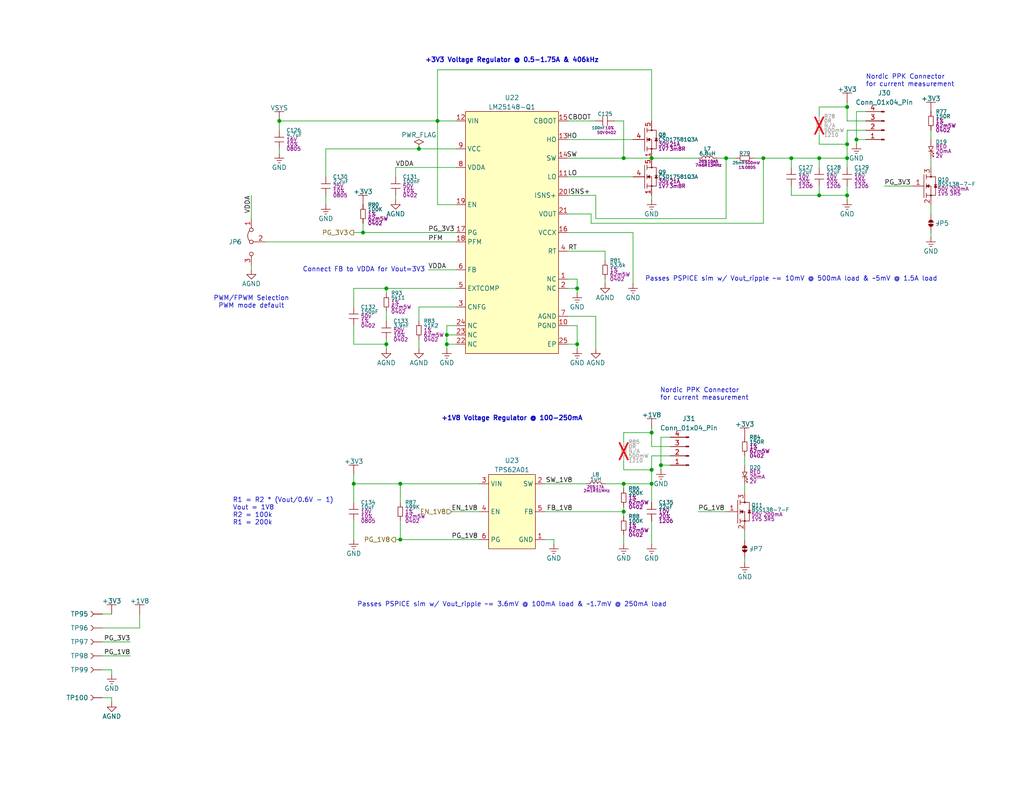
<source format=kicad_sch>
(kicad_sch (version 20250114) (generator "eeschema") (generator_version "9.0")
  (paper "USLetter")
  (title_block (title "Voltage Regulators") (date "2025-03-31") (rev "1") (comment 2 "PROTOTYPE") (comment 3 "2025"))
  (text "Connect FB to VDDA for Vout=3V3" (at 82.55 73.66 0) (effects (font (size 1.27 1.27)) (justify left)))
  (text "PWM/FPWM Selection\nPWM mode default" (at 68.58 82.55 0) (effects (font (size 1.27 1.27))))
  (text "+1V8 Voltage Regulator @ 100-250mA" (at 139.7 114.3 0) (effects (font (size 1.27 1.27) (thickness 0.254) (bold yes))))
  (text "Nordic PPK Connector\nfor current measurement" (at 236.22 20.32 0) (effects (font (size 1.27 1.27)) (justify left top)))
  (text "Passes PSPICE sim w/ Vout_ripple ~= 3.6mV @ 100mA load & ~1.7mV @ 250mA load" (at 139.7 165.1 0) (effects (font (size 1.27 1.27))))
  (text "Nordic PPK Connector\nfor current measurement" (at 180.086 105.918 0) (effects (font (size 1.27 1.27)) (justify left top)))
  (text "+3V3 Voltage Regulator @ 0.5-1.75A & 406kHz" (at 139.7 16.51 0) (effects (font (size 1.27 1.27) (thickness 0.254) (bold yes))))
  (text "R1 = R2 * (Vout/0.6V - 1)\nVout = 1V8\nR2 = 100k\nR1 = 200k" (at 63.5 139.7 0) (effects (font (size 1.27 1.27)) (justify left)))
  (text "Passes PSPICE sim w/ Vout_ripple ~= 10mV @ 500mA load & ~5mV @ 1.5A load" (at 215.9 76.2 0) (effects (font (size 1.27 1.27))))
  (junction (at 105.41 93.98))
  (junction (at 157.48 93.98))
  (junction (at 231.14 53.34))
  (junction (at 177.8 118.11))
  (junction (at 105.41 78.74))
  (junction (at 99.06 63.5))
  (junction (at 170.18 43.18))
  (junction (at 177.8 43.18))
  (junction (at 231.14 29.21))
  (junction (at 170.18 139.7))
  (junction (at 208.28 43.18))
  (junction (at 231.14 43.18))
  (junction (at 177.8 132.08))
  (junction (at 76.2 33.02))
  (junction (at 121.92 91.44))
  (junction (at 233.68 38.1))
  (junction (at 96.52 132.08))
  (junction (at 215.9 43.18))
  (junction (at 223.52 53.34))
  (junction (at 223.52 43.18))
  (junction (at 121.92 93.98))
  (junction (at 177.8 128.27))
  (junction (at 114.3 40.64))
  (junction (at 119.38 33.02))
  (junction (at 109.22 132.08))
  (junction (at 231.14 39.37))
  (junction (at 170.18 132.08))
  (junction (at 180.34 127))
  (junction (at 198.12 43.18))
  (junction (at 157.48 78.74))
  (junction (at 109.22 147.32))
  (wire (pts (xy 109.22 147.32) (xy 130.81 147.32)))
  (wire (pts (xy 223.52 45.72) (xy 223.52 43.18)))
  (wire (pts (xy 223.52 50.8) (xy 223.52 53.34)))
  (wire (pts (xy 123.19 139.7) (xy 130.81 139.7)))
  (wire (pts (xy 223.52 36.83) (xy 223.52 39.37)))
  (wire (pts (xy 170.18 133.35) (xy 170.18 132.08)))
  (wire (pts (xy 96.52 142.24) (xy 96.52 147.32)))
  (wire (pts (xy 203.2 132.08) (xy 203.2 134.62)))
  (wire (pts (xy 154.94 33.02) (xy 162.56 33.02)))
  (wire (pts (xy 231.14 35.56) (xy 236.22 35.56)))
  (wire (pts (xy 105.41 93.98) (xy 105.41 95.25)))
  (wire (pts (xy 157.48 95.25) (xy 157.48 93.98)))
  (wire (pts (xy 124.46 91.44) (xy 121.92 91.44)))
  (wire (pts (xy 198.12 43.18) (xy 198.12 59.69)))
  (wire (pts (xy 96.52 63.5) (xy 99.06 63.5)))
  (wire (pts (xy 180.34 127) (xy 182.88 127)))
  (wire (pts (xy 96.52 93.98) (xy 105.41 93.98)))
  (wire (pts (xy 161.29 58.42) (xy 161.29 60.96)))
  (wire (pts (xy 198.12 43.18) (xy 200.66 43.18)))
  (wire (pts (xy 107.95 45.72) (xy 124.46 45.72)))
  (wire (pts (xy 233.68 39.37) (xy 233.68 38.1)))
  (wire (pts (xy 231.14 29.21) (xy 231.14 33.02)))
  (wire (pts (xy 88.9 53.34) (xy 88.9 55.88)))
  (wire (pts (xy 231.14 35.56) (xy 231.14 39.37)))
  (wire (pts (xy 38.1 167.64) (xy 38.1 171.45)))
  (wire (pts (xy 76.2 40.64) (xy 76.2 41.91)))
  (wire (pts (xy 27.94 167.64) (xy 30.48 167.64)))
  (wire (pts (xy 121.92 88.9) (xy 121.92 91.44)))
  (wire (pts (xy 99.06 63.5) (xy 124.46 63.5)))
  (wire (pts (xy 148.59 139.7) (xy 170.18 139.7)))
  (wire (pts (xy 177.8 124.46) (xy 177.8 128.27)))
  (wire (pts (xy 177.8 124.46) (xy 182.88 124.46)))
  (wire (pts (xy 27.94 175.26) (xy 35.56 175.26)))
  (wire (pts (xy 154.94 58.42) (xy 161.29 58.42)))
  (wire (pts (xy 180.34 119.38) (xy 180.34 127)))
  (wire (pts (xy 105.41 78.74) (xy 105.41 80.01)))
  (wire (pts (xy 223.52 31.75) (xy 223.52 29.21)))
  (wire (pts (xy 195.58 43.18) (xy 198.12 43.18)))
  (wire (pts (xy 177.8 137.16) (xy 177.8 132.08)))
  (wire (pts (xy 172.72 63.5) (xy 172.72 77.47)))
  (wire (pts (xy 109.22 132.08) (xy 109.22 137.16)))
  (wire (pts (xy 121.92 93.98) (xy 124.46 93.98)))
  (wire (pts (xy 154.94 38.1) (xy 172.72 38.1)))
  (wire (pts (xy 231.14 45.72) (xy 231.14 43.18)))
  (wire (pts (xy 170.18 118.11) (xy 177.8 118.11)))
  (wire (pts (xy 177.8 128.27) (xy 177.8 132.08)))
  (wire (pts (xy 107.95 53.34) (xy 107.95 54.61)))
  (wire (pts (xy 236.22 30.48) (xy 233.68 30.48)))
  (wire (pts (xy 170.18 138.43) (xy 170.18 139.7)))
  (wire (pts (xy 254 43.18) (xy 254 45.72)))
  (wire (pts (xy 76.2 33.02) (xy 119.38 33.02)))
  (wire (pts (xy 114.3 83.82) (xy 124.46 83.82)))
  (wire (pts (xy 30.48 184.15) (xy 30.48 182.88)))
  (wire (pts (xy 170.18 128.27) (xy 177.8 128.27)))
  (wire (pts (xy 215.9 45.72) (xy 215.9 43.18)))
  (wire (pts (xy 119.38 33.02) (xy 124.46 33.02)))
  (wire (pts (xy 30.48 182.88) (xy 27.94 182.88)))
  (wire (pts (xy 167.64 33.02) (xy 170.18 33.02)))
  (wire (pts (xy 198.12 59.69) (xy 162.56 59.69)))
  (wire (pts (xy 96.52 129.54) (xy 96.52 132.08)))
  (wire (pts (xy 208.28 43.18) (xy 205.74 43.18)))
  (wire (pts (xy 170.18 43.18) (xy 177.8 43.18)))
  (wire (pts (xy 157.48 78.74) (xy 157.48 80.01)))
  (wire (pts (xy 154.94 68.58) (xy 165.1 68.58)))
  (wire (pts (xy 96.52 83.82) (xy 96.52 78.74)))
  (wire (pts (xy 177.8 142.24) (xy 177.8 148.59)))
  (wire (pts (xy 161.29 60.96) (xy 208.28 60.96)))
  (wire (pts (xy 170.18 146.05) (xy 170.18 148.59)))
  (wire (pts (xy 233.68 38.1) (xy 236.22 38.1)))
  (wire (pts (xy 177.8 121.92) (xy 182.88 121.92)))
  (wire (pts (xy 231.14 53.34) (xy 231.14 50.8)))
  (wire (pts (xy 177.8 118.11) (xy 177.8 121.92)))
  (wire (pts (xy 154.94 76.2) (xy 157.48 76.2)))
  (wire (pts (xy 107.95 147.32) (xy 109.22 147.32)))
  (wire (pts (xy 72.39 66.04) (xy 124.46 66.04)))
  (wire (pts (xy 223.52 43.18) (xy 215.9 43.18)))
  (wire (pts (xy 162.56 95.25) (xy 162.56 86.36)))
  (wire (pts (xy 124.46 88.9) (xy 121.92 88.9)))
  (wire (pts (xy 148.59 132.08) (xy 160.02 132.08)))
  (wire (pts (xy 203.2 124.46) (xy 203.2 127)))
  (wire (pts (xy 203.2 144.78) (xy 203.2 147.32)))
  (wire (pts (xy 68.58 73.66) (xy 68.58 72.39)))
  (wire (pts (xy 68.58 53.34) (xy 68.58 59.69)))
  (wire (pts (xy 88.9 40.64) (xy 114.3 40.64)))
  (wire (pts (xy 254 63.5) (xy 254 64.77)))
  (wire (pts (xy 180.34 128.27) (xy 180.34 127)))
  (wire (pts (xy 105.41 85.09) (xy 105.41 87.63)))
  (wire (pts (xy 165.1 76.2) (xy 165.1 77.47)))
  (wire (pts (xy 88.9 48.26) (xy 88.9 40.64)))
  (wire (pts (xy 114.3 40.64) (xy 124.46 40.64)))
  (wire (pts (xy 30.48 190.5) (xy 27.94 190.5)))
  (wire (pts (xy 27.94 179.07) (xy 35.56 179.07)))
  (wire (pts (xy 154.94 53.34) (xy 162.56 53.34)))
  (wire (pts (xy 157.48 93.98) (xy 154.94 93.98)))
  (wire (pts (xy 154.94 48.26) (xy 172.72 48.26)))
  (wire (pts (xy 241.3 50.8) (xy 248.92 50.8)))
  (wire (pts (xy 254 55.88) (xy 254 58.42)))
  (wire (pts (xy 170.18 139.7) (xy 170.18 140.97)))
  (wire (pts (xy 154.94 88.9) (xy 157.48 88.9)))
  (wire (pts (xy 190.5 139.7) (xy 198.12 139.7)))
  (wire (pts (xy 223.52 43.18) (xy 231.14 43.18)))
  (wire (pts (xy 114.3 92.71) (xy 114.3 95.25)))
  (wire (pts (xy 99.06 60.96) (xy 99.06 63.5)))
  (wire (pts (xy 105.41 92.71) (xy 105.41 93.98)))
  (wire (pts (xy 162.56 86.36) (xy 154.94 86.36)))
  (wire (pts (xy 177.8 43.18) (xy 190.5 43.18)))
  (wire (pts (xy 170.18 132.08) (xy 165.1 132.08)))
  (wire (pts (xy 231.14 39.37) (xy 231.14 43.18)))
  (wire (pts (xy 154.94 63.5) (xy 172.72 63.5)))
  (wire (pts (xy 121.92 91.44) (xy 121.92 93.98)))
  (wire (pts (xy 151.13 147.32) (xy 148.59 147.32)))
  (wire (pts (xy 107.95 48.26) (xy 107.95 45.72)))
  (wire (pts (xy 30.48 191.77) (xy 30.48 190.5)))
  (wire (pts (xy 96.52 132.08) (xy 109.22 132.08)))
  (wire (pts (xy 223.52 29.21) (xy 231.14 29.21)))
  (wire (pts (xy 151.13 148.59) (xy 151.13 147.32)))
  (wire (pts (xy 114.3 87.63) (xy 114.3 83.82)))
  (wire (pts (xy 203.2 152.4) (xy 203.2 153.67)))
  (wire (pts (xy 124.46 78.74) (xy 105.41 78.74)))
  (wire (pts (xy 157.48 88.9) (xy 157.48 93.98)))
  (wire (pts (xy 208.28 60.96) (xy 208.28 43.18)))
  (wire (pts (xy 124.46 55.88) (xy 119.38 55.88)))
  (wire (pts (xy 215.9 53.34) (xy 223.52 53.34)))
  (wire (pts (xy 96.52 132.08) (xy 96.52 137.16)))
  (wire (pts (xy 177.8 53.34) (xy 177.8 54.61)))
  (wire (pts (xy 109.22 147.32) (xy 109.22 142.24)))
  (wire (pts (xy 170.18 120.65) (xy 170.18 118.11)))
  (wire (pts (xy 96.52 78.74) (xy 105.41 78.74)))
  (wire (pts (xy 157.48 76.2) (xy 157.48 78.74)))
  (wire (pts (xy 177.8 116.84) (xy 177.8 118.11)))
  (wire (pts (xy 116.84 73.66) (xy 124.46 73.66)))
  (wire (pts (xy 177.8 33.02) (xy 177.8 19.05)))
  (wire (pts (xy 121.92 95.25) (xy 121.92 93.98)))
  (wire (pts (xy 231.14 27.94) (xy 231.14 29.21)))
  (wire (pts (xy 119.38 19.05) (xy 119.38 33.02)))
  (wire (pts (xy 177.8 132.08) (xy 170.18 132.08)))
  (wire (pts (xy 254 35.56) (xy 254 38.1)))
  (wire (pts (xy 231.14 33.02) (xy 236.22 33.02)))
  (wire (pts (xy 109.22 132.08) (xy 130.81 132.08)))
  (wire (pts (xy 119.38 55.88) (xy 119.38 33.02)))
  (wire (pts (xy 170.18 125.73) (xy 170.18 128.27)))
  (wire (pts (xy 154.94 43.18) (xy 170.18 43.18)))
  (wire (pts (xy 208.28 43.18) (xy 215.9 43.18)))
  (wire (pts (xy 38.1 171.45) (xy 27.94 171.45)))
  (wire (pts (xy 215.9 50.8) (xy 215.9 53.34)))
  (wire (pts (xy 170.18 33.02) (xy 170.18 43.18)))
  (wire (pts (xy 96.52 88.9) (xy 96.52 93.98)))
  (wire (pts (xy 177.8 19.05) (xy 119.38 19.05)))
  (wire (pts (xy 223.52 53.34) (xy 231.14 53.34)))
  (wire (pts (xy 162.56 59.69) (xy 162.56 53.34)))
  (wire (pts (xy 231.14 53.34) (xy 231.14 54.61)))
  (wire (pts (xy 165.1 71.12) (xy 165.1 68.58)))
  (wire (pts (xy 76.2 33.02) (xy 76.2 35.56)))
  (wire (pts (xy 154.94 78.74) (xy 157.48 78.74)))
  (wire (pts (xy 182.88 119.38) (xy 180.34 119.38)))
  (wire (pts (xy 233.68 30.48) (xy 233.68 38.1)))
  (wire (pts (xy 223.52 39.37) (xy 231.14 39.37)))
  (label "PG_1V8" (at 190.5 139.7 0))
  (label "VDDA" (at 107.95 45.72 0))
  (label "RT" (at 157.48 68.58 180))
  (label "HO" (at 157.48 38.1 180))
  (label "SW" (at 157.48 43.18 180))
  (label "SW_1V8" (at 156.21 132.08 180))
  (label "ISNS+" (at 154.94 53.34 0))
  (label "PG_3V3" (at 35.56 175.26 180))
  (label "LO" (at 157.48 48.26 180))
  (label "CBOOT" (at 161.29 33.02 180))
  (label "PG_3V3" (at 116.84 63.5 0))
  (label "VDDA" (at 68.58 53.34 270))
  (label "PG_3V3" (at 241.3 50.8 0))
  (label "PG_1V8" (at 123.19 147.32 0))
  (label "PG_1V8" (at 35.56 179.07 180))
  (label "PFM" (at 116.84 66.04 0))
  (label "EN_1V8" (at 123.19 139.7 0))
  (label "FB_1V8" (at 156.21 139.7 180))
  (label "VDDA" (at 116.84 73.66 0))
  (hierarchical_label "PG_3V3" (shape output) (at 96.52 63.5 180))
  (hierarchical_label "EN_1V8" (shape input) (at 123.19 139.7 180))
  (hierarchical_label "PG_1V8" (shape output) (at 107.95 147.32 180))
  (symbol (lib_id "lib_sch:LED") (at 203.2 129.54 0) (unit 1)
    (property "Reference" "D20" (at 204.47 127.635 0) (effects (font (size 1.016 1.016)) (justify left)))
    (property "Value" "LTST-C191KRKT" (effects (hide yes)))
    (property "Footprint" "lib_diodes:LTST-0603" (effects (hide yes)))
    (property "Datasheet" "datasheets/Lite-On-LTST-C191KRKT.pdf" (effects (hide yes)))
    (property "Description" "LED RED CLEAR SMD" (effects (hide yes)))
    (property "Manufacturer" "Lite-On Inc." (effects (hide yes)))
    (property "MPN" "LTST-C191KRKT" (effects (hide yes)))
    (property "DKPN" "160-1447-1-ND" (effects (hide yes)))
    (property "Forward Voltage" "2V" (at 204.47 131.445 0) (effects (font (size 1.016 1.016)) (justify left)))
    (property "Current" "20mA" (at 204.47 130.175 0) (effects (font (size 1.016 1.016)) (justify left)))
    (property "Color" "RED" (at 204.47 128.905 0) (effects (font (size 1.016 1.016)) (justify left)))
  )
  (symbol (lib_id "lib_pwr:GND") (at 172.72 77.47 0) (unit 1)
    (property "Reference" "#PWR0288" (effects (hide yes)))
    (property "Value" "GND" (at 172.72 81.28 0))
  )
  (symbol (lib_id "lib_sch:L_horizontal") (at 162.56 132.08 0) (unit 1)
    (property "Reference" "L8" (at 162.56 129.54 0) (effects (font (size 1.016 1.016))))
    (property "Value" "1uH" (at 162.56 130.81 0) (effects (font (size 1.016 1.016))))
    (property "Footprint" "lib_passives:WE-XHMI-8080" (effects (hide yes)))
    (property "Datasheet" "datasheets/Wurth-Elektronik-74439358010.pdf" (effects (hide yes)))
    (property "Description" "FIXED IND 1UH 17A 2.1 MOHM SMD" (effects (hide yes)))
    (property "Manufacturer" "Würth Elektronik" (effects (hide yes)))
    (property "MPN" "74439358010" (effects (hide yes)))
    (property "DKPN" "732-7273-1-ND" (effects (hide yes)))
    (property "Tolerance" "20%" (at 162.56 132.969 0) (effects (font (size 0.762 0.762)) (justify right)))
    (property "Current Rating" "17A" (at 162.56 132.969 0) (effects (font (size 0.762 0.762)) (justify left)))
    (property "DC Resistance" "2m1R" (at 162.56 133.985 0) (effects (font (size 0.762 0.762)) (justify right)))
    (property "Resonant Frequency" "51MHz" (at 162.56 133.985 0) (effects (font (size 0.762 0.762)) (justify left)))
  )
  (symbol (lib_id "lib_sch:LED") (at 254 40.64 0) (unit 1)
    (property "Reference" "D19" (at 255.27 38.735 0) (effects (font (size 1.016 1.016)) (justify left)))
    (property "Value" "LTST-C191KRKT" (effects (hide yes)))
    (property "Footprint" "lib_diodes:LTST-0603" (effects (hide yes)))
    (property "Datasheet" "datasheets/Lite-On-LTST-C191KRKT.pdf" (effects (hide yes)))
    (property "Description" "LED RED CLEAR SMD" (effects (hide yes)))
    (property "Manufacturer" "Lite-On Inc." (effects (hide yes)))
    (property "MPN" "LTST-C191KRKT" (effects (hide yes)))
    (property "DKPN" "160-1447-1-ND" (effects (hide yes)))
    (property "Forward Voltage" "2V" (at 255.27 42.545 0) (effects (font (size 1.016 1.016)) (justify left)))
    (property "Current" "20mA" (at 255.27 41.275 0) (effects (font (size 1.016 1.016)) (justify left)))
    (property "Color" "RED" (at 255.27 40.005 0) (effects (font (size 1.016 1.016)) (justify left)))
  )
  (symbol (lib_id "lib_pwr:+3V3") (at 203.2 119.38 0) (unit 1)
    (property "Reference" "#PWR0296" (effects (hide yes)))
    (property "Value" "+3V3" (at 203.2 115.824 0))
  )
  (symbol (lib_id "lib_sch:R") (at 114.3 90.17 0) (unit 1)
    (property "Reference" "R83" (at 115.57 87.63 0) (effects (font (size 1.016 1.016)) (justify left)))
    (property "Value" "41K2" (at 115.57 88.9 0) (effects (font (size 1.016 1.016)) (justify left)))
    (property "Footprint" "lib_passives:CRCW0402" (effects (hide yes)))
    (property "Datasheet" "datasheets/Vishay-Dale-DCRCWe3.pdf" (effects (hide yes)))
    (property "Description" "RES SMD 41.2 OHM 1% 1/16W 0402" (effects (hide yes)))
    (property "Manufacturer" "Vishay Dale" (effects (hide yes)))
    (property "MPN" "CRCW040241R2FKED" (effects (hide yes)))
    (property "DKPN" "541-41.2LCT-ND" (effects (hide yes)))
    (property "Tolerance" "1%" (at 115.57 90.17 0) (effects (font (size 1.016 1.016)) (justify left)))
    (property "Power Rating" "62m5W" (at 115.57 91.44 0) (effects (font (size 1.016 1.016)) (justify left)))
    (property "Package" "0402" (at 115.57 92.71 0) (effects (font (size 1.016 1.016)) (justify left)))
  )
  (symbol (lib_id "lib_pwr:GND") (at 157.48 95.25 0) (unit 1)
    (property "Reference" "#PWR0293" (effects (hide yes)))
    (property "Value" "GND" (at 157.48 99.06 0))
  )
  (symbol (lib_id "lib_pwr:GND") (at 180.34 128.27 0) (unit 1)
    (property "Reference" "#PWR0297" (effects (hide yes)))
    (property "Value" "GND" (at 180.34 132.08 0))
  )
  (symbol (lib_id "lib_pwr:GND") (at 157.48 80.01 0) (unit 1)
    (property "Reference" "#PWR0289" (effects (hide yes)))
    (property "Value" "GND" (at 157.48 83.82 0))
  )
  (symbol (lib_id "lib_sch:C") (at 96.52 139.7 0) (unit 1)
    (property "Reference" "C134" (at 98.425 137.16 0) (effects (font (size 1.016 1.016)) (justify left)))
    (property "Value" "10uF" (at 98.425 138.43 0) (effects (font (size 1.016 1.016)) (justify left)))
    (property "Footprint" "lib_passives:GCM0805" (effects (hide yes)))
    (property "Datasheet" "datasheets/Murata-Electronics-GCM21BR71A106KE22.pdf" (effects (hide yes)))
    (property "Description" "CAP CER 10UF 10V X7R 0805" (effects (hide yes)))
    (property "Manufacturer" "Murata Electronics" (effects (hide yes)))
    (property "MPN" "GCM21BR71A106KE22L" (effects (hide yes)))
    (property "DKPN" "490-10674-1-ND" (effects (hide yes)))
    (property "Tolerance" "10%" (at 98.425 140.97 0) (effects (font (size 1.016 1.016)) (justify left)))
    (property "Voltage Rating" "10V" (at 98.425 139.7 0) (effects (font (size 1.016 1.016)) (justify left)))
    (property "Package" "0805" (at 98.425 142.24 0) (effects (font (size 1.016 1.016)) (justify left)))
  )
  (symbol (lib_id "lib_pwr:GND") (at 177.8 148.59 0) (unit 1)
    (property "Reference" "#PWR0302" (effects (hide yes)))
    (property "Value" "GND" (at 177.8 152.4 0))
  )
  (symbol (lib_id "lib_sch:C") (at 105.41 90.17 0) (unit 1)
    (property "Reference" "C133" (at 107.315 87.63 0) (effects (font (size 1.016 1.016)) (justify left)))
    (property "Value" "3.9nF" (at 107.315 88.9 0) (effects (font (size 1.016 1.016)) (justify left)))
    (property "Footprint" "lib_passives:GCM0402" (effects (hide yes)))
    (property "Datasheet" "datasheets/Murata-Electronics-GCM155R71H392KA37.pdf" (effects (hide yes)))
    (property "Description" "CAP CER 3900PF 50V X7R 0402" (effects (hide yes)))
    (property "Manufacturer" "Murata Electronics" (effects (hide yes)))
    (property "MPN" "GCM155R71H392KA37D" (effects (hide yes)))
    (property "DKPN" "490-GCM155R71H392KA37DCT-ND" (effects (hide yes)))
    (property "Tolerance" "10%" (at 107.315 91.44 0) (effects (font (size 1.016 1.016)) (justify left)))
    (property "Voltage Rating" "50V" (at 107.315 90.17 0) (effects (font (size 1.016 1.016)) (justify left)))
    (property "Package" "0402" (at 107.315 92.71 0) (effects (font (size 1.016 1.016)) (justify left)))
  )
  (symbol (lib_id "lib_sch:C") (at 88.9 50.8 0) (unit 1)
    (property "Reference" "C130" (at 90.805 48.26 0) (effects (font (size 1.016 1.016)) (justify left)))
    (property "Value" "2.2uF" (at 90.805 49.53 0) (effects (font (size 1.016 1.016)) (justify left)))
    (property "Footprint" "lib_passives:GCM0805" (effects (hide yes)))
    (property "Datasheet" "datasheets/Murata-Electronics-GRT21BR71E225KE13.pdf" (effects (hide yes)))
    (property "Description" "CAP CER 2.2UF 25V X7R 0805" (effects (hide yes)))
    (property "Manufacturer" "Murata Electronics" (effects (hide yes)))
    (property "MPN" "GRT21BR71E225KE13L" (effects (hide yes)))
    (property "DKPN" "490-GRT21BR71E225KE13LCT-ND" (effects (hide yes)))
    (property "Tolerance" "10%" (at 90.805 52.07 0) (effects (font (size 1.016 1.016)) (justify left)))
    (property "Voltage Rating" "25V" (at 90.805 50.8 0) (effects (font (size 1.016 1.016)) (justify left)))
    (property "Package" "0805" (at 90.805 53.34 0) (effects (font (size 1.016 1.016)) (justify left)))
  )
  (symbol (lib_id "lib_sch:NMOS_GSD") (at 203.2 139.7 270) (unit 1)
    (property "Reference" "Q11" (at 204.978 137.922 90) (effects (font (size 1.016 1.016)) (justify left)))
    (property "Value" "BSS138-7-F" (at 204.978 139.192 90) (effects (font (size 1.016 1.016)) (justify left)))
    (property "Footprint" "lib_ICs:SOT23" (effects (hide yes)))
    (property "Datasheet" "datasheets/Diodes-Incorporated-BSS138.pdf" (effects (hide yes)))
    (property "Description" "MOSFET N-CH 50V 200MA SOT23-3" (effects (hide yes)))
    (property "Manufacturer" "Diodes Incorporated" (effects (hide yes)))
    (property "MPN" "BSS138-7-F" (effects (hide yes)))
    (property "DKPN" "BSS138-FDICT-ND" (effects (hide yes)))
    (property "VDSS" "50V" (at 204.978 140.462 90) (effects (font (size 1.016 1.016)) (justify left)))
    (property "VGSTH" "1V5" (at 204.978 141.732 90) (effects (font (size 1.016 1.016)) (justify left)))
    (property "ID" "200mA" (at 208.28 140.462 90) (effects (font (size 1.016 1.016)) (justify left)))
    (property "RDSON" "3R5" (at 208.28 141.732 90) (effects (font (size 1.016 1.016)) (justify left)))
  )
  (symbol (lib_id "lib_pwr:GND") (at 121.92 95.25 0) (unit 1)
    (property "Reference" "#PWR0292" (effects (hide yes)))
    (property "Value" "GND" (at 121.92 99.06 0))
  )
  (symbol (lib_id "lib_pwr:+1V8") (at 38.1 167.64 0) (unit 1)
    (property "Reference" "#PWR0305" (effects (hide yes)))
    (property "Value" "+1V8" (at 38.1 164.084 0))
  )
  (symbol (lib_id "lib_sch:R") (at 109.22 139.7 0) (unit 1)
    (property "Reference" "R87" (at 110.49 137.16 0) (effects (font (size 1.016 1.016)) (justify left)))
    (property "Value" "499K" (at 110.49 138.43 0) (effects (font (size 1.016 1.016)) (justify left)))
    (property "Footprint" "lib_passives:CRCW0402" (effects (hide yes)))
    (property "Datasheet" "datasheets/Vishay-Dale-DCRCWe3.pdf" (effects (hide yes)))
    (property "Description" "RES SMD 499K OHM 1% 1/16W 0402" (effects (hide yes)))
    (property "Manufacturer" "Vishay Dale" (effects (hide yes)))
    (property "MPN" "CRCW0402499KFKED" (effects (hide yes)))
    (property "DKPN" "541-499KLCT-ND" (effects (hide yes)))
    (property "Tolerance" "1%" (at 110.49 139.7 0) (effects (font (size 1.016 1.016)) (justify left)))
    (property "Power Rating" "62m5W" (at 110.49 140.97 0) (effects (font (size 1.016 1.016)) (justify left)))
    (property "Package" "0402" (at 110.49 142.24 0) (effects (font (size 1.016 1.016)) (justify left)))
  )
  (symbol (lib_id "lib_sch:R") (at 254 33.02 0) (unit 1)
    (property "Reference" "R77" (at 255.27 30.48 0) (effects (font (size 1.016 1.016)) (justify left)))
    (property "Value" "150R" (at 255.27 31.75 0) (effects (font (size 1.016 1.016)) (justify left)))
    (property "Footprint" "lib_passives:CRCW0402" (effects (hide yes)))
    (property "Datasheet" "datasheets/Vishay-Dale-DCRCWe3.pdf" (effects (hide yes)))
    (property "Description" "RES SMD 150 OHM 1% 1/16W 0402" (effects (hide yes)))
    (property "Manufacturer" "Vishay Dale" (effects (hide yes)))
    (property "MPN" "CRCW0402150RFKED" (effects (hide yes)))
    (property "DKPN" "541-150LCT-ND" (effects (hide yes)))
    (property "Tolerance" "1%" (at 255.27 33.02 0) (effects (font (size 1.016 1.016)) (justify left)))
    (property "Power Rating" "62m5W" (at 255.27 34.29 0) (effects (font (size 1.016 1.016)) (justify left)))
    (property "Package" "0402" (at 255.27 35.56 0) (effects (font (size 1.016 1.016)) (justify left)))
  )
  (symbol (lib_id "lib_pwr:GND") (at 170.18 148.59 0) (unit 1)
    (property "Reference" "#PWR0301" (effects (hide yes)))
    (property "Value" "GND" (at 170.18 152.4 0))
  )
  (symbol (lib_id "lib_sch:Testpoint") (at 25.4 171.45 0) (unit 1) (in_bom no)
    (property "Reference" "TP96" (at 24.13 171.45 0) (effects (justify right)))
    (property "Footprint" "lib_misc:TP_2mm" (effects (hide yes)))
    (property "Manufacturer" "N/A" (effects (hide yes)))
    (property "MPN" "N/A" (effects (hide yes)))
    (property "DKPN" "N/A" (effects (hide yes)))
  )
  (symbol (lib_id "lib_pwr:+3V3") (at 231.14 27.94 0) (unit 1)
    (property "Reference" "#PWR0275" (effects (hide yes)))
    (property "Value" "+3V3" (at 231.14 24.384 0))
  )
  (symbol (lib_id "lib_sch:Jumper_2_Bridged") (at 254 60.96 270) (unit 1) (in_bom no)
    (property "Reference" "JP5" (at 255.27 60.96 90) (effects (justify left)))
    (property "Value" "~" (at 255.27 60.96 90) (effects (justify left)))
    (property "Footprint" "lib_misc:SolderJumper-2_P1.3mm_Bridged_RoundedPad1.0x1.5mm" (effects (hide yes)))
  )
  (symbol (lib_id "lib_pwr:AGND") (at 162.56 95.25 0) (unit 1)
    (property "Reference" "#PWR0294" (effects (hide yes)))
    (property "Value" "AGND" (at 162.56 99.06 0))
  )
  (symbol (lib_id "lib_sch:C") (at 215.9 48.26 0) (unit 1)
    (property "Reference" "C127" (at 217.805 45.72 0) (effects (font (size 1.016 1.016)) (justify left)))
    (property "Value" "22uF" (at 217.805 46.99 0) (effects (font (size 1.016 1.016)) (justify left)))
    (property "Footprint" "lib_passives:GCM1206" (effects (hide yes)))
    (property "Datasheet" "datasheets/Murata-Electronics-GCM31CR71A226ME02-01A.pdf" (effects (hide yes)))
    (property "Description" "CAP CER 22UF 10V X7R 1206" (effects (hide yes)))
    (property "Manufacturer" "Murata Electronics" (effects (hide yes)))
    (property "MPN" "GCM31CR71A226ME02L" (effects (hide yes)))
    (property "DKPN" "490-16383-1-ND" (effects (hide yes)))
    (property "Tolerance" "20%" (at 217.805 49.53 0) (effects (font (size 1.016 1.016)) (justify left)))
    (property "Voltage Rating" "10V" (at 217.805 48.26 0) (effects (font (size 1.016 1.016)) (justify left)))
    (property "Package" "1206" (at 217.805 50.8 0) (effects (font (size 1.016 1.016)) (justify left)))
  )
  (symbol (lib_id "lib_sch:C") (at 231.14 48.26 0) (unit 1)
    (property "Reference" "C129" (at 233.045 45.72 0) (effects (font (size 1.016 1.016)) (justify left)))
    (property "Value" "22uF" (at 233.045 46.99 0) (effects (font (size 1.016 1.016)) (justify left)))
    (property "Footprint" "lib_passives:GCM1206" (effects (hide yes)))
    (property "Datasheet" "datasheets/Murata-Electronics-GCM31CR71A226ME02-01A.pdf" (effects (hide yes)))
    (property "Description" "CAP CER 22UF 10V X7R 1206" (effects (hide yes)))
    (property "Manufacturer" "Murata Electronics" (effects (hide yes)))
    (property "MPN" "GCM31CR71A226ME02L" (effects (hide yes)))
    (property "DKPN" "490-16383-1-ND" (effects (hide yes)))
    (property "Tolerance" "20%" (at 233.045 49.53 0) (effects (font (size 1.016 1.016)) (justify left)))
    (property "Voltage Rating" "10V" (at 233.045 48.26 0) (effects (font (size 1.016 1.016)) (justify left)))
    (property "Package" "1206" (at 233.045 50.8 0) (effects (font (size 1.016 1.016)) (justify left)))
  )
  (symbol (lib_id "lib_pwr:AGND") (at 105.41 95.25 0) (unit 1)
    (property "Reference" "#PWR0290" (effects (hide yes)))
    (property "Value" "AGND" (at 105.41 99.06 0))
  )
  (symbol (lib_id "lib_sch:R") (at 99.06 58.42 0) (unit 1)
    (property "Reference" "R80" (at 100.33 55.88 0) (effects (font (size 1.016 1.016)) (justify left)))
    (property "Value" "100K" (at 100.33 57.15 0) (effects (font (size 1.016 1.016)) (justify left)))
    (property "Footprint" "lib_passives:CRCW0402" (effects (hide yes)))
    (property "Datasheet" "datasheets/Vishay-Dale-DCRCWe3.pdf" (effects (hide yes)))
    (property "Description" "RES SMD 100K OHM 1% 1/16W 0402" (effects (hide yes)))
    (property "Manufacturer" "Vishay Dale" (effects (hide yes)))
    (property "MPN" "CRCW0402100KFKED" (effects (hide yes)))
    (property "DKPN" "541-100KLCT-ND" (effects (hide yes)))
    (property "Tolerance" "1%" (at 100.33 58.42 0) (effects (font (size 1.016 1.016)) (justify left)))
    (property "Power Rating" "62m5W" (at 100.33 59.69 0) (effects (font (size 1.016 1.016)) (justify left)))
    (property "Package" "0402" (at 100.33 60.96 0) (effects (font (size 1.016 1.016)) (justify left)))
  )
  (symbol (lib_id "lib_sch:R") (at 170.18 143.51 0) (unit 1)
    (property "Reference" "R88" (at 171.45 140.97 0) (effects (font (size 1.016 1.016)) (justify left)))
    (property "Value" "100K" (at 171.45 142.24 0) (effects (font (size 1.016 1.016)) (justify left)))
    (property "Footprint" "lib_passives:CRCW0402" (effects (hide yes)))
    (property "Datasheet" "datasheets/Vishay-Dale-DCRCWe3.pdf" (effects (hide yes)))
    (property "Description" "RES SMD 100K OHM 1% 1/16W 0402" (effects (hide yes)))
    (property "Manufacturer" "Vishay Dale" (effects (hide yes)))
    (property "MPN" "CRCW0402100KFKED" (effects (hide yes)))
    (property "DKPN" "541-100KLCT-ND" (effects (hide yes)))
    (property "Tolerance" "1%" (at 171.45 143.51 0) (effects (font (size 1.016 1.016)) (justify left)))
    (property "Power Rating" "62m5W" (at 171.45 144.78 0) (effects (font (size 1.016 1.016)) (justify left)))
    (property "Package" "0402" (at 171.45 146.05 0) (effects (font (size 1.016 1.016)) (justify left)))
  )
  (symbol (lib_id "lib_sch:R") (at 203.2 121.92 0) (unit 1)
    (property "Reference" "R84" (at 204.47 119.38 0) (effects (font (size 1.016 1.016)) (justify left)))
    (property "Value" "150R" (at 204.47 120.65 0) (effects (font (size 1.016 1.016)) (justify left)))
    (property "Footprint" "lib_passives:CRCW0402" (effects (hide yes)))
    (property "Datasheet" "datasheets/Vishay-Dale-DCRCWe3.pdf" (effects (hide yes)))
    (property "Description" "RES SMD 150 OHM 1% 1/16W 0402" (effects (hide yes)))
    (property "Manufacturer" "Vishay Dale" (effects (hide yes)))
    (property "MPN" "CRCW0402150RFKED" (effects (hide yes)))
    (property "DKPN" "541-150LCT-ND" (effects (hide yes)))
    (property "Tolerance" "1%" (at 204.47 121.92 0) (effects (font (size 1.016 1.016)) (justify left)))
    (property "Power Rating" "62m5W" (at 204.47 123.19 0) (effects (font (size 1.016 1.016)) (justify left)))
    (property "Package" "0402" (at 204.47 124.46 0) (effects (font (size 1.016 1.016)) (justify left)))
  )
  (symbol (lib_id "lib_pwr:GND") (at 76.2 41.91 0) (unit 1)
    (property "Reference" "#PWR0279" (effects (hide yes)))
    (property "Value" "GND" (at 76.2 45.72 0))
  )
  (symbol (lib_id "lib_pwr:+3V3") (at 99.06 55.88 0) (unit 1)
    (property "Reference" "#PWR0284" (effects (hide yes)))
    (property "Value" "+3V3" (at 99.06 52.324 0))
  )
  (symbol (lib_id "lib_sch:Testpoint") (at 25.4 179.07 0) (unit 1) (in_bom no)
    (property "Reference" "TP98" (at 24.13 179.07 0) (effects (justify right)))
    (property "Footprint" "lib_misc:TP_2mm" (effects (hide yes)))
    (property "Manufacturer" "N/A" (effects (hide yes)))
    (property "MPN" "N/A" (effects (hide yes)))
    (property "DKPN" "N/A" (effects (hide yes)))
  )
  (symbol (lib_id "lib_pwr:GND") (at 88.9 55.88 0) (unit 1)
    (property "Reference" "#PWR0283" (effects (hide yes)))
    (property "Value" "GND" (at 88.9 59.69 0))
  )
  (symbol (lib_id "lib_pwr:AGND") (at 165.1 77.47 0) (unit 1)
    (property "Reference" "#PWR0287" (effects (hide yes)))
    (property "Value" "AGND" (at 165.1 81.28 0))
  )
  (symbol (lib_id "lib_sch:R") (at 170.18 135.89 0) (unit 1)
    (property "Reference" "R86" (at 171.45 133.35 0) (effects (font (size 1.016 1.016)) (justify left)))
    (property "Value" "200K" (at 171.45 134.62 0) (effects (font (size 1.016 1.016)) (justify left)))
    (property "Footprint" "lib_passives:CRCW0402" (effects (hide yes)))
    (property "Datasheet" "datasheets/Vishay-Dale-DCRCWe3.pdf" (effects (hide yes)))
    (property "Description" "RES SMD 200K OHM 1% 1/16W 0402" (effects (hide yes)))
    (property "Manufacturer" "Vishay Dale" (effects (hide yes)))
    (property "MPN" "CRCW0402200KFKED" (effects (hide yes)))
    (property "DKPN" "541-200KLCT-ND" (effects (hide yes)))
    (property "Tolerance" "1%" (at 171.45 135.89 0) (effects (font (size 1.016 1.016)) (justify left)))
    (property "Power Rating" "62m5W" (at 171.45 137.16 0) (effects (font (size 1.016 1.016)) (justify left)))
    (property "Package" "0402" (at 171.45 138.43 0) (effects (font (size 1.016 1.016)) (justify left)))
  )
  (symbol (lib_id "lib_sch:LM25148") (at 139.7 63.5 0) (unit 1)
    (property "Reference" "U22" (at 139.7 26.67 0))
    (property "Value" "LM25148-Q1" (at 139.7 29.21 0))
    (property "Footprint" "lib_ICs:QFN50P350X550X100-24" (effects (hide yes)))
    (property "Datasheet" "datasheets/Texas-Instruments-LM25148.pdf" (effects (hide yes)))
    (property "Description" "42-V Synchronous Buck DC/DC Controller with Ultra-Low IQ and Dual   Random Spread Spectrum" (effects (hide yes)))
    (property "Manufacturer" "Texas Instruments" (effects (hide yes)))
    (property "MPN" "LM25148BQRGYRQ1" (effects (hide yes)))
    (property "DKPN" "296-LM25148BQRGYRQ1CT-ND" (effects (hide yes)))
  )
  (symbol (lib_id "lib_sch:Conn_01x04_Pin") (at 241.3 35.56 180) (unit 1)
    (property "Reference" "J30" (at 241.3 25.4 0))
    (property "Value" "Conn_01x04_Pin" (at 241.3 27.94 0))
    (property "Footprint" "lib_connectors:conn_01x04_254" (effects (hide yes)))
    (property "Datasheet" "datasheets/Sullins-xRxCzzzSxxN-RC.pdf" (effects (hide yes)))
    (property "Description" "CONN HEADER VERT 4POS 2.54MM" (effects (hide yes)))
    (property "Manufacturer" "Sullins Connector Solutions" (effects (hide yes)))
    (property "MPN" "PRPC004SAAN-RC" (effects (hide yes)))
    (property "DKPN" "S1011EC-04-ND" (effects (hide yes)))
  )
  (symbol (lib_id "lib_pwr:AGND") (at 68.58 73.66 0) (unit 1)
    (property "Reference" "#PWR0286" (effects (hide yes)))
    (property "Value" "AGND" (at 68.58 77.47 0))
  )
  (symbol (lib_id "lib_sch:Testpoint") (at 25.4 182.88 0) (unit 1)
    (property "Reference" "TP99" (at 24.13 182.88 0) (effects (justify right)))
    (property "Value" "RCWCTE" (effects (hide yes)))
    (property "Footprint" "lib_misc:TP_RCW" (effects (hide yes)))
    (property "Datasheet" "datasheets/KOA-RC-Series.pdf" (effects (hide yes)))
    (property "Description" "PC TEST POINT" (effects (hide yes)))
    (property "Manufacturer" "KOA Speer Electronics, Inc." (effects (hide yes)))
    (property "MPN" "RCWCTE" (effects (hide yes)))
    (property "DKPN" "2019-RCWCTECT-ND" (effects (hide yes)))
  )
  (symbol (lib_id "lib_sch:Conn_01x04_Pin") (at 187.96 124.46 180) (unit 1)
    (property "Reference" "J31" (at 187.96 114.3 0))
    (property "Value" "Conn_01x04_Pin" (at 187.96 116.84 0))
    (property "Footprint" "lib_connectors:conn_01x04_254" (effects (hide yes)))
    (property "Datasheet" "datasheets/Sullins-xRxCzzzSxxN-RC.pdf" (effects (hide yes)))
    (property "Description" "CONN HEADER VERT 4POS 2.54MM" (effects (hide yes)))
    (property "Manufacturer" "Sullins Connector Solutions" (effects (hide yes)))
    (property "MPN" "PRPC004SAAN-RC" (effects (hide yes)))
    (property "DKPN" "S1011EC-04-ND" (effects (hide yes)))
  )
  (symbol (lib_id "lib_sch:NMOS_SGD_PWR") (at 177.8 38.1 270) (unit 1)
    (property "Reference" "Q8" (at 179.578 36.83 90) (effects (font (size 1.016 1.016)) (justify left)))
    (property "Value" "CSD17581Q3A" (at 179.578 38.1 90) (effects (font (size 1.016 1.016)) (justify left)))
    (property "Footprint" "lib_ICs:SON65P300X315X90-8" (effects (hide yes)))
    (property "Datasheet" "datasheets/Texas-Instruments-CSD17581Q3A.pdf" (effects (hide yes)))
    (property "Description" "MOSFET N-CH 30V 21A 8VSON" (effects (hide yes)))
    (property "Manufacturer" "Texas Instruments" (effects (hide yes)))
    (property "MPN" "CSD17581Q3A" (effects (hide yes)))
    (property "DKPN" "296-47754-1-ND" (effects (hide yes)))
    (property "VDSS" "30V" (at 179.578 39.37 90) (effects (font (size 1.016 1.016)) (justify left)))
    (property "VGSTH" "1V7" (at 179.578 40.64 90) (effects (font (size 1.016 1.016)) (justify left)))
    (property "ID" "21A" (at 182.626 39.37 90) (effects (font (size 1.016 1.016)) (justify left)))
    (property "RDSON" "3m8R" (at 182.626 40.64 90) (effects (font (size 1.016 1.016)) (justify left)))
  )
  (symbol (lib_id "lib_pwr:GND") (at 254 64.77 0) (unit 1)
    (property "Reference" "#PWR0285" (effects (hide yes)))
    (property "Value" "GND" (at 254 68.58 0))
  )
  (symbol (lib_id "lib_pwr:AGND") (at 30.48 191.77 0) (unit 1)
    (property "Reference" "#PWR0307" (effects (hide yes)))
    (property "Value" "AGND" (at 30.48 195.58 0))
  )
  (symbol (lib_id "lib_pwr:AGND") (at 107.95 54.61 0) (unit 1)
    (property "Reference" "#PWR0280" (effects (hide yes)))
    (property "Value" "AGND" (at 107.95 58.42 0))
  )
  (symbol (lib_id "lib_sch:Jumper_2_Bridged") (at 203.2 149.86 270) (unit 1) (in_bom no)
    (property "Reference" "JP7" (at 204.47 149.86 90) (effects (justify left)))
    (property "Value" "~" (at 204.47 149.86 90) (effects (justify left)))
    (property "Footprint" "lib_misc:SolderJumper-2_P1.3mm_Bridged_RoundedPad1.0x1.5mm" (effects (hide yes)))
  )
  (symbol (lib_id "lib_pwr:GND") (at 30.48 184.15 0) (unit 1)
    (property "Reference" "#PWR0306" (effects (hide yes)))
    (property "Value" "GND" (at 30.48 187.96 0))
  )
  (symbol (lib_id "lib_sch:L_horizontal") (at 193.04 43.18 0) (unit 1)
    (property "Reference" "L7" (at 193.04 40.64 0) (effects (font (size 1.016 1.016))))
    (property "Value" "6.8uH" (at 193.04 41.91 0) (effects (font (size 1.016 1.016))))
    (property "Footprint" "lib_passives:WE-XHMI-1090" (effects (hide yes)))
    (property "Datasheet" "datasheets/Wurth-Elektronik-74439369068.pdf" (effects (hide yes)))
    (property "Description" "FIXED IND 6.8UH 10.5A 7.6MOHM SMD" (effects (hide yes)))
    (property "Manufacturer" "Würth Elektronik" (effects (hide yes)))
    (property "MPN" "74439369068" (effects (hide yes)))
    (property "DKPN" "732-10712-1-ND" (effects (hide yes)))
    (property "Tolerance" "20%" (at 193.04 44.069 0) (effects (font (size 0.762 0.762)) (justify right)))
    (property "Current Rating" "10A5" (at 193.04 44.069 0) (effects (font (size 0.762 0.762)) (justify left)))
    (property "DC Resistance" "7m6R" (at 193.04 45.085 0) (effects (font (size 0.762 0.762)) (justify right)))
    (property "Resonant Frequency" "13MHz" (at 193.04 45.085 0) (effects (font (size 0.762 0.762)) (justify left)))
  )
  (symbol (lib_id "lib_pwr:GND") (at 231.14 54.61 0) (unit 1)
    (property "Reference" "#PWR0282" (effects (hide yes)))
    (property "Value" "GND" (at 231.14 58.42 0))
  )
  (symbol (lib_id "lib_pwr:GND") (at 203.2 153.67 0) (unit 1)
    (property "Reference" "#PWR0303" (effects (hide yes)))
    (property "Value" "GND" (at 203.2 157.48 0))
  )
  (symbol (lib_id "lib_pwr:VSYS") (at 76.2 33.02 0) (unit 1)
    (property "Reference" "#PWR0277" (effects (hide yes)))
    (property "Value" "VSYS" (at 76.2 29.464 0))
  )
  (symbol (lib_id "lib_sch:Testpoint") (at 25.4 175.26 0) (unit 1) (in_bom no)
    (property "Reference" "TP97" (at 24.13 175.26 0) (effects (justify right)))
    (property "Footprint" "lib_misc:TP_2mm" (effects (hide yes)))
    (property "Manufacturer" "N/A" (effects (hide yes)))
    (property "MPN" "N/A" (effects (hide yes)))
    (property "DKPN" "N/A" (effects (hide yes)))
  )
  (symbol (lib_id "lib_sch:NMOS_SGD_PWR") (at 177.8 48.26 270) (unit 1)
    (property "Reference" "Q9" (at 179.578 46.99 90) (effects (font (size 1.016 1.016)) (justify left)))
    (property "Value" "CSD17581Q3A" (at 179.578 48.26 90) (effects (font (size 1.016 1.016)) (justify left)))
    (property "Footprint" "lib_ICs:SON65P300X315X90-8" (effects (hide yes)))
    (property "Datasheet" "datasheets/Texas-Instruments-CSD17581Q3A.pdf" (effects (hide yes)))
    (property "Description" "MOSFET N-CH 30V 21A 8VSON" (effects (hide yes)))
    (property "Manufacturer" "Texas Instruments" (effects (hide yes)))
    (property "MPN" "CSD17581Q3A" (effects (hide yes)))
    (property "DKPN" "296-47754-1-ND" (effects (hide yes)))
    (property "VDSS" "30V" (at 179.578 49.53 90) (effects (font (size 1.016 1.016)) (justify left)))
    (property "VGSTH" "1V7" (at 179.578 50.8 90) (effects (font (size 1.016 1.016)) (justify left)))
    (property "ID" "21A" (at 182.626 49.53 90) (effects (font (size 1.016 1.016)) (justify left)))
    (property "RDSON" "3m8R" (at 182.626 50.8 90) (effects (font (size 1.016 1.016)) (justify left)))
  )
  (symbol (lib_id "lib_sch:R_horizontal") (at 203.2 43.18 0) (unit 1)
    (property "Reference" "R79" (at 203.2 41.91 0) (effects (font (size 1.016 1.016))))
    (property "Value" "25mR" (at 203.2 44.45 0) (effects (font (size 0.762 0.762)) (justify right)))
    (property "Footprint" "lib_passives:CRCW0805" (effects (hide yes)))
    (property "Datasheet" "datasheets/Vishay-Dale-WSLP.pdf" (effects (hide yes)))
    (property "Description" "RES 0.025 OHM 1% 1/2W 0805" (effects (hide yes)))
    (property "Manufacturer" "Vishay Dale" (effects (hide yes)))
    (property "MPN" "WSLP0805R0250FEB" (effects (hide yes)))
    (property "DKPN" "WSLPB-.025CT-ND" (effects (hide yes)))
    (property "Tolerance" "1%" (at 203.2 45.72 0) (effects (font (size 0.762 0.762)) (justify right)))
    (property "Power Rating" "500mW" (at 203.2 44.45 0) (effects (font (size 0.762 0.762)) (justify left)))
    (property "Package" "0805" (at 203.2 45.72 0) (effects (font (size 0.762 0.762)) (justify left)))
  )
  (symbol (lib_id "lib_sch:C") (at 177.8 139.7 0) (unit 1)
    (property "Reference" "C135" (at 179.705 137.16 0) (effects (font (size 1.016 1.016)) (justify left)))
    (property "Value" "22uF" (at 179.705 138.43 0) (effects (font (size 1.016 1.016)) (justify left)))
    (property "Footprint" "lib_passives:GCM1206" (effects (hide yes)))
    (property "Datasheet" "datasheets/Murata-Electronics-GCM31CR71A226ME02-01A.pdf" (effects (hide yes)))
    (property "Description" "CAP CER 22UF 10V X7R 1206" (effects (hide yes)))
    (property "Manufacturer" "Murata Electronics" (effects (hide yes)))
    (property "MPN" "GCM31CR71A226ME02L" (effects (hide yes)))
    (property "DKPN" "490-16383-1-ND" (effects (hide yes)))
    (property "Tolerance" "20%" (at 179.705 140.97 0) (effects (font (size 1.016 1.016)) (justify left)))
    (property "Voltage Rating" "10V" (at 179.705 139.7 0) (effects (font (size 1.016 1.016)) (justify left)))
    (property "Package" "1206" (at 179.705 142.24 0) (effects (font (size 1.016 1.016)) (justify left)))
  )
  (symbol (lib_id "lib_sch:C") (at 223.52 48.26 0) (unit 1)
    (property "Reference" "C128" (at 225.425 45.72 0) (effects (font (size 1.016 1.016)) (justify left)))
    (property "Value" "22uF" (at 225.425 46.99 0) (effects (font (size 1.016 1.016)) (justify left)))
    (property "Footprint" "lib_passives:GCM1206" (effects (hide yes)))
    (property "Datasheet" "datasheets/Murata-Electronics-GCM31CR71A226ME02-01A.pdf" (effects (hide yes)))
    (property "Description" "CAP CER 22UF 10V X7R 1206" (effects (hide yes)))
    (property "Manufacturer" "Murata Electronics" (effects (hide yes)))
    (property "MPN" "GCM31CR71A226ME02L" (effects (hide yes)))
    (property "DKPN" "490-16383-1-ND" (effects (hide yes)))
    (property "Tolerance" "20%" (at 225.425 49.53 0) (effects (font (size 1.016 1.016)) (justify left)))
    (property "Voltage Rating" "10V" (at 225.425 48.26 0) (effects (font (size 1.016 1.016)) (justify left)))
    (property "Package" "1206" (at 225.425 50.8 0) (effects (font (size 1.016 1.016)) (justify left)))
  )
  (symbol (lib_id "lib_pwr:AGND") (at 114.3 95.25 0) (unit 1)
    (property "Reference" "#PWR0291" (effects (hide yes)))
    (property "Value" "AGND" (at 114.3 99.06 0))
  )
  (symbol (lib_id "lib_pwr:PWR_FLAG") (at 114.3 40.64 0) (unit 1)
    (property "Reference" "#FLG025" (effects (hide yes)))
    (property "Value" "PWR_FLAG" (at 114.3 36.83 0))
    (property "Description" "Special symbol for telling ERC where power comes from" (effects (hide yes)))
  )
  (symbol (lib_id "lib_sch:C") (at 96.52 86.36 0) (unit 1)
    (property "Reference" "C132" (at 98.425 83.82 0) (effects (font (size 1.016 1.016)) (justify left)))
    (property "Value" "150pF" (at 98.425 85.09 0) (effects (font (size 1.016 1.016)) (justify left)))
    (property "Footprint" "lib_passives:GCM0402" (effects (hide yes)))
    (property "Datasheet" "datasheets/Murata-Electronics-GCM1555C1H151FA16.pdf" (effects (hide yes)))
    (property "Description" "CAP CER 150PF 50V C0G/NP0 0402" (effects (hide yes)))
    (property "Manufacturer" "Murata Electronics" (effects (hide yes)))
    (property "MPN" "GCM1555C1H151FA16J" (effects (hide yes)))
    (property "DKPN" "490-GCM1555C1H151FA16JCT-ND" (effects (hide yes)))
    (property "Tolerance" "1%" (at 98.425 87.63 0) (effects (font (size 1.016 1.016)) (justify left)))
    (property "Voltage Rating" "50V" (at 98.425 86.36 0) (effects (font (size 1.016 1.016)) (justify left)))
    (property "Package" "0402" (at 98.425 88.9 0) (effects (font (size 1.016 1.016)) (justify left)))
  )
  (symbol (lib_id "lib_sch:Jumper_3_Bridged12") (at 68.58 66.04 90) (mirror x) (unit 1) (in_bom no)
    (property "Reference" "JP6" (at 66.04 66.04 90) (effects (justify left)))
    (property "Value" "~" (at 64.77 66.04 0))
    (property "Footprint" "lib_misc:SolderJumper-3_P1.3mm_Bridged12_RoundedPad1.0x1.5mm" (effects (hide yes)))
    (property "Description" "Jumper, 3-pole, pins 1+2 closed/bridged" (effects (hide yes)))
  )
  (symbol (lib_id "lib_sch:R") (at 223.52 34.29 0) (unit 1) (dnp yes)
    (property "Reference" "R78" (at 224.79 31.75 0) (effects (font (size 1.016 1.016)) (justify left)))
    (property "Value" "0R" (at 224.79 33.02 0) (effects (font (size 1.016 1.016)) (justify left)))
    (property "Footprint" "lib_passives:CRCW1210" (effects (hide yes)))
    (property "Datasheet" "datasheets/Vishay-Dale-DCRCWe3.pdf" (effects (hide yes)))
    (property "Description" "RES SMD 0 OHM JUMPER 1/2W 1210" (effects (hide yes)))
    (property "Manufacturer" "Vishay Dale" (effects (hide yes)))
    (property "MPN" "CRCW12100000Z0EA" (effects (hide yes)))
    (property "DKPN" "541-0.0VCT-ND" (effects (hide yes)))
    (property "Tolerance" "N/A" (at 224.79 34.29 0) (effects (font (size 1.016 1.016)) (justify left)))
    (property "Power Rating" "500mW" (at 224.79 35.56 0) (effects (font (size 1.016 1.016)) (justify left)))
    (property "Package" "1210" (at 224.79 36.83 0) (effects (font (size 1.016 1.016)) (justify left)))
  )
  (symbol (lib_id "lib_pwr:GND") (at 151.13 148.59 0) (unit 1)
    (property "Reference" "#PWR0300" (effects (hide yes)))
    (property "Value" "GND" (at 151.13 152.4 0))
  )
  (symbol (lib_id "lib_sch:TPS62A0x") (at 139.7 139.7 0) (unit 1)
    (property "Reference" "U23" (at 139.7 125.73 0))
    (property "Value" "TPS62A01" (at 139.7 128.27 0))
    (property "Footprint" "lib_ICs:SOT563" (effects (hide yes)))
    (property "Datasheet" "datasheets/Texas-Instruments-TPS62A01.pdf" (effects (hide yes)))
    (property "Description" "1A High-Efficiency, Synchronous Buck Converter" (effects (hide yes)))
    (property "Manufacturer" "Texas Instruments" (effects (hide yes)))
    (property "MPN" "TPS62A01DRLR" (effects (hide yes)))
    (property "DKPN" "296-TPS62A01DRLRCT-ND" (effects (hide yes)))
  )
  (symbol (lib_id "lib_sch:R") (at 105.41 82.55 0) (unit 1)
    (property "Reference" "R82" (at 106.68 80.01 0) (effects (font (size 1.016 1.016)) (justify left)))
    (property "Value" "5k11" (at 106.68 81.28 0) (effects (font (size 1.016 1.016)) (justify left)))
    (property "Footprint" "lib_passives:CRCW0402" (effects (hide yes)))
    (property "Datasheet" "datasheets/Vishay-Dale-DCRCWe3.pdf" (effects (hide yes)))
    (property "Description" "RES SMD 5.11K OHM 1% 1/16W 0402" (effects (hide yes)))
    (property "Manufacturer" "Vishay Dale" (effects (hide yes)))
    (property "MPN" "CRCW04025K11FKED" (effects (hide yes)))
    (property "DKPN" "541-5.11KLCT-ND" (effects (hide yes)))
    (property "Tolerance" "1%" (at 106.68 82.55 0) (effects (font (size 1.016 1.016)) (justify left)))
    (property "Power Rating" "62m5W" (at 106.68 83.82 0) (effects (font (size 1.016 1.016)) (justify left)))
    (property "Package" "0402" (at 106.68 85.09 0) (effects (font (size 1.016 1.016)) (justify left)))
    (instances (project "" (path "" (reference "R93") (unit 1)) (path "" (reference "R82") (unit 1))))
  )
  (symbol (lib_id "lib_sch:NMOS_GSD") (at 254 50.8 270) (unit 1)
    (property "Reference" "Q10" (at 255.778 49.022 90) (effects (font (size 1.016 1.016)) (justify left)))
    (property "Value" "BSS138-7-F" (at 255.778 50.292 90) (effects (font (size 1.016 1.016)) (justify left)))
    (property "Footprint" "lib_ICs:SOT23" (effects (hide yes)))
    (property "Datasheet" "datasheets/Diodes-Incorporated-BSS138.pdf" (effects (hide yes)))
    (property "Description" "MOSFET N-CH 50V 200MA SOT23-3" (effects (hide yes)))
    (property "Manufacturer" "Diodes Incorporated" (effects (hide yes)))
    (property "MPN" "BSS138-7-F" (effects (hide yes)))
    (property "DKPN" "BSS138-FDICT-ND" (effects (hide yes)))
    (property "VDSS" "50V" (at 255.778 51.562 90) (effects (font (size 1.016 1.016)) (justify left)))
    (property "VGSTH" "1V5" (at 255.778 52.832 90) (effects (font (size 1.016 1.016)) (justify left)))
    (property "ID" "200mA" (at 259.08 51.562 90) (effects (font (size 1.016 1.016)) (justify left)))
    (property "RDSON" "3R5" (at 259.08 52.832 90) (effects (font (size 1.016 1.016)) (justify left)))
  )
  (symbol (lib_id "lib_sch:R") (at 170.18 123.19 0) (unit 1) (dnp yes)
    (property "Reference" "R85" (at 171.45 120.65 0) (effects (font (size 1.016 1.016)) (justify left)))
    (property "Value" "0R" (at 171.45 121.92 0) (effects (font (size 1.016 1.016)) (justify left)))
    (property "Footprint" "lib_passives:CRCW1210" (effects (hide yes)))
    (property "Datasheet" "datasheets/Vishay-Dale-DCRCWe3.pdf" (effects (hide yes)))
    (property "Description" "RES SMD 0 OHM JUMPER 1/2W 1210" (effects (hide yes)))
    (property "Manufacturer" "Vishay Dale" (effects (hide yes)))
    (property "MPN" "CRCW12100000Z0EA" (effects (hide yes)))
    (property "DKPN" "541-0.0VCT-ND" (effects (hide yes)))
    (property "Tolerance" "N/A" (at 171.45 123.19 0) (effects (font (size 1.016 1.016)) (justify left)))
    (property "Power Rating" "500mW" (at 171.45 124.46 0) (effects (font (size 1.016 1.016)) (justify left)))
    (property "Package" "1210" (at 171.45 125.73 0) (effects (font (size 1.016 1.016)) (justify left)))
  )
  (symbol (lib_id "lib_sch:Testpoint") (at 25.4 167.64 0) (unit 1) (in_bom no)
    (property "Reference" "TP95" (at 24.13 167.64 0) (effects (justify right)))
    (property "Footprint" "lib_misc:TP_2mm" (effects (hide yes)))
    (property "Manufacturer" "N/A" (effects (hide yes)))
    (property "MPN" "N/A" (effects (hide yes)))
    (property "DKPN" "N/A" (effects (hide yes)))
  )
  (symbol (lib_id "lib_pwr:GND") (at 233.68 39.37 0) (unit 1)
    (property "Reference" "#PWR0278" (effects (hide yes)))
    (property "Value" "GND" (at 233.68 43.18 0))
  )
  (symbol (lib_id "lib_sch:C_horizontal") (at 165.1 33.02 0) (unit 1)
    (property "Reference" "C125" (at 165.1 31.115 0) (effects (font (size 1.016 1.016))))
    (property "Value" "100nF" (at 165.1 34.925 0) (effects (font (size 0.762 0.762)) (justify right)))
    (property "Footprint" "lib_passives:GCM0402" (effects (hide yes)))
    (property "Datasheet" "datasheets/Murata-Electronics-GRT155R71H104KE01.pdf" (effects (hide yes)))
    (property "Description" "CAP CER 0.1UF 50V X7R 0402" (effects (hide yes)))
    (property "Manufacturer" "Murata Electronics" (effects (hide yes)))
    (property "MPN" "GRT155R71H104KE01D" (effects (hide yes)))
    (property "DKPN" "490-GRT155R71H104KE01DCT-ND" (effects (hide yes)))
    (property "Tolerance" "10%" (at 165.1 34.925 0) (effects (font (size 0.762 0.762)) (justify left)))
    (property "Voltage Rating" "50V" (at 165.1 36.195 0) (effects (font (size 0.762 0.762)) (justify right)))
    (property "Package" "0402" (at 165.1 36.195 0) (effects (font (size 0.762 0.762)) (justify left)))
  )
  (symbol (lib_id "lib_pwr:GND") (at 96.52 147.32 0) (unit 1)
    (property "Reference" "#PWR0299" (effects (hide yes)))
    (property "Value" "GND" (at 96.52 151.13 0))
  )
  (symbol (lib_id "lib_pwr:+3V3") (at 30.48 167.64 0) (unit 1)
    (property "Reference" "#PWR0304" (effects (hide yes)))
    (property "Value" "+3V3" (at 30.48 164.084 0))
  )
  (symbol (lib_id "lib_sch:Testpoint") (at 25.4 190.5 0) (unit 1)
    (property "Reference" "TP100" (at 24.13 190.5 0) (effects (justify right)))
    (property "Value" "RCWCTE" (effects (hide yes)))
    (property "Footprint" "lib_misc:TP_RCW" (effects (hide yes)))
    (property "Datasheet" "datasheets/KOA-RC-Series.pdf" (effects (hide yes)))
    (property "Description" "PC TEST POINT" (effects (hide yes)))
    (property "Manufacturer" "KOA Speer Electronics, Inc." (effects (hide yes)))
    (property "MPN" "RCWCTE" (effects (hide yes)))
    (property "DKPN" "2019-RCWCTECT-ND" (effects (hide yes)))
  )
  (symbol (lib_id "lib_pwr:+3V3") (at 254 30.48 0) (unit 1)
    (property "Reference" "#PWR0276" (effects (hide yes)))
    (property "Value" "+3V3" (at 254 26.924 0))
  )
  (symbol (lib_id "lib_pwr:GND") (at 177.8 54.61 0) (unit 1)
    (property "Reference" "#PWR0281" (effects (hide yes)))
    (property "Value" "GND" (at 177.8 58.42 0))
  )
  (symbol (lib_id "lib_sch:C") (at 76.2 38.1 0) (unit 1)
    (property "Reference" "C126" (at 78.105 35.56 0) (effects (font (size 1.016 1.016)) (justify left)))
    (property "Value" "4.7uF" (at 78.105 36.83 0) (effects (font (size 1.016 1.016)) (justify left)))
    (property "Footprint" "lib_passives:GCM0805" (effects (hide yes)))
    (property "Datasheet" "datasheets/Murata-Electronics-GRT21BR71C475KE13.pdf" (effects (hide yes)))
    (property "Description" "CAP CER 4.7UF 16V X7R 0805" (effects (hide yes)))
    (property "Manufacturer" "Murata Electronics" (effects (hide yes)))
    (property "MPN" "GRT21BR71C475KE13L" (effects (hide yes)))
    (property "DKPN" "490-GRT21BR71C475KE13LCT-ND" (effects (hide yes)))
    (property "Tolerance" "10%" (at 78.105 39.37 0) (effects (font (size 1.016 1.016)) (justify left)))
    (property "Voltage Rating" "16V" (at 78.105 38.1 0) (effects (font (size 1.016 1.016)) (justify left)))
    (property "Package" "0805" (at 78.105 40.64 0) (effects (font (size 1.016 1.016)) (justify left)))
  )
  (symbol (lib_id "lib_pwr:+3V3") (at 96.52 129.54 0) (unit 1)
    (property "Reference" "#PWR0298" (effects (hide yes)))
    (property "Value" "+3V3" (at 96.52 125.984 0))
  )
  (symbol (lib_id "lib_sch:C") (at 107.95 50.8 0) (unit 1)
    (property "Reference" "C131" (at 109.855 48.26 0) (effects (font (size 1.016 1.016)) (justify left)))
    (property "Value" "100nF" (at 109.855 49.53 0) (effects (font (size 1.016 1.016)) (justify left)))
    (property "Footprint" "lib_passives:GCM0402" (effects (hide yes)))
    (property "Datasheet" "datasheets/Murata-Electronics-GRT155R71H104KE01.pdf" (effects (hide yes)))
    (property "Description" "CAP CER 0.1UF 50V X7R 0402" (effects (hide yes)))
    (property "Manufacturer" "Murata Electronics" (effects (hide yes)))
    (property "MPN" "GRT155R71H104KE01D" (effects (hide yes)))
    (property "DKPN" "490-GRT155R71H104KE01DCT-ND" (effects (hide yes)))
    (property "Tolerance" "10%" (at 109.855 52.07 0) (effects (font (size 1.016 1.016)) (justify left)))
    (property "Voltage Rating" "50V" (at 109.855 50.8 0) (effects (font (size 1.016 1.016)) (justify left)))
    (property "Package" "0402" (at 109.855 53.34 0) (effects (font (size 1.016 1.016)) (justify left)))
  )
  (symbol (lib_id "lib_pwr:+1V8") (at 177.8 116.84 0) (unit 1)
    (property "Reference" "#PWR0295" (effects (hide yes)))
    (property "Value" "+1V8" (at 177.8 113.284 0))
  )
  (symbol (lib_id "lib_sch:R") (at 165.1 73.66 0) (unit 1)
    (property "Reference" "R81" (at 166.37 71.12 0) (effects (font (size 1.016 1.016)) (justify left)))
    (property "Value" "53.6k" (at 166.37 72.39 0) (effects (font (size 1.016 1.016)) (justify left)))
    (property "Footprint" "lib_passives:CRCW0402" (effects (hide yes)))
    (property "Datasheet" "datasheets/Vishay-Dale-DCRCWe3.pdf" (effects (hide yes)))
    (property "Description" "RES SMD 53.6K OHM 1% 1/16W 0402" (effects (hide yes)))
    (property "Manufacturer" "Vishay Dale" (effects (hide yes)))
    (property "MPN" "CRCW040253K6FKED" (effects (hide yes)))
    (property "DKPN" "541-53.6KLCT-ND" (effects (hide yes)))
    (property "Tolerance" "1%" (at 166.37 73.66 0) (effects (font (size 1.016 1.016)) (justify left)))
    (property "Power Rating" "62m5W" (at 166.37 74.93 0) (effects (font (size 1.016 1.016)) (justify left)))
    (property "Package" "0402" (at 166.37 76.2 0) (effects (font (size 1.016 1.016)) (justify left)))
  )
)
</source>
